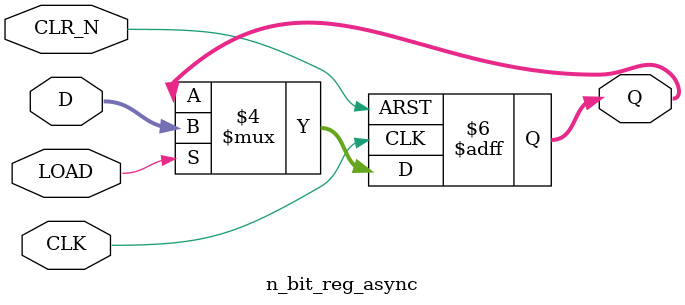
<source format=v>
module n_bit_reg_async 
#(
    parameter N = 8
) 
(
    input CLK, CLR_N, LOAD,
    input [N-1:0] D, 
    output reg [N-1:0] Q
);

    always @(posedge CLK or negedge CLR_N) begin
        if(!CLR_N)
            Q <= 'b0;
        else if(LOAD) 
            Q <= D;
        else
            Q <= Q;
        
    end

endmodule
</source>
